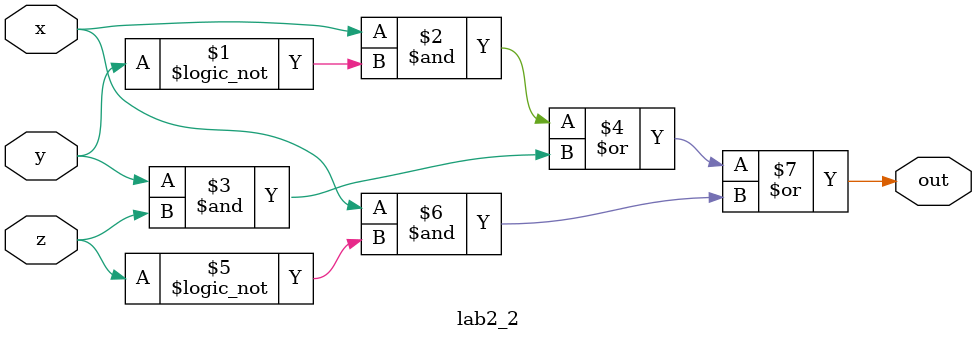
<source format=sv>
`timescale 1ns/1ps



module lab2_1(in1, in2, in3, in4, out);
input wire in1, in2, in3, in4;
output wire out;	

assign out =  ~( 							// nor3
				(~( 						//nand2
					(~(in1 & !in2)) & in3) 	//nand2
				)|
				(~(!in1 | in2 | !in3))| 	//nor3
				(~(in1 | in4)) 				//nor2
				);

endmodule



module lab2_2(x, y, z, out);
input wire x, y, z;
output wire out;	

assign out =  (x & !y) | (y & z) | (x & !z);

endmodule





</source>
